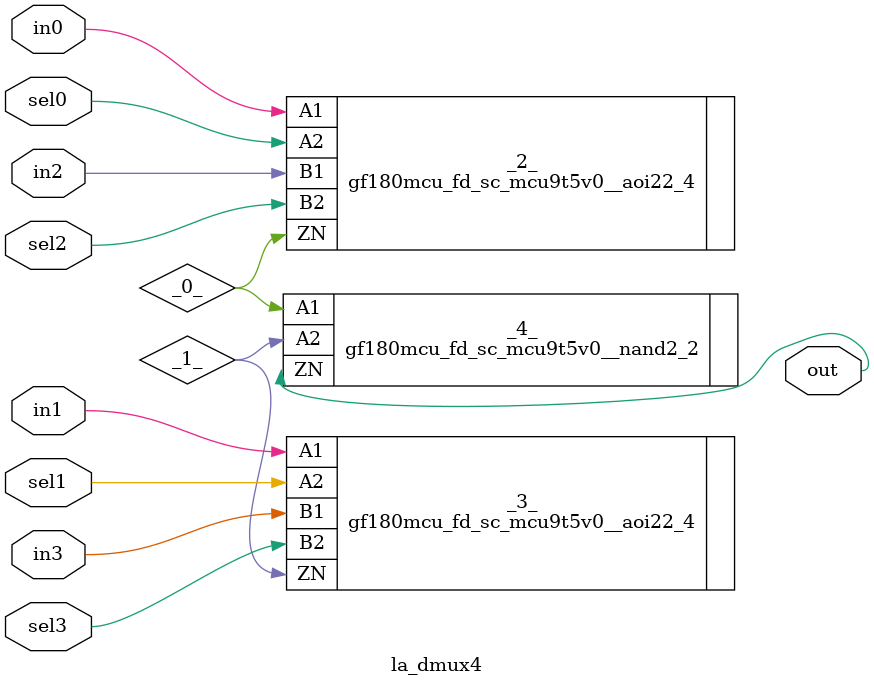
<source format=v>

/* Generated by Yosys 0.37 (git sha1 a5c7f69ed, clang 14.0.0-1ubuntu1.1 -fPIC -Os) */

module la_dmux4(sel3, sel2, sel1, sel0, in3, in2, in1, in0, out);
  wire _0_;
  wire _1_;
  input in0;
  wire in0;
  input in1;
  wire in1;
  input in2;
  wire in2;
  input in3;
  wire in3;
  output out;
  wire out;
  input sel0;
  wire sel0;
  input sel1;
  wire sel1;
  input sel2;
  wire sel2;
  input sel3;
  wire sel3;
  gf180mcu_fd_sc_mcu9t5v0__aoi22_4 _2_ (
    .A1(in0),
    .A2(sel0),
    .B1(in2),
    .B2(sel2),
    .ZN(_0_)
  );
  gf180mcu_fd_sc_mcu9t5v0__aoi22_4 _3_ (
    .A1(in1),
    .A2(sel1),
    .B1(in3),
    .B2(sel3),
    .ZN(_1_)
  );
  gf180mcu_fd_sc_mcu9t5v0__nand2_2 _4_ (
    .A1(_0_),
    .A2(_1_),
    .ZN(out)
  );
endmodule

</source>
